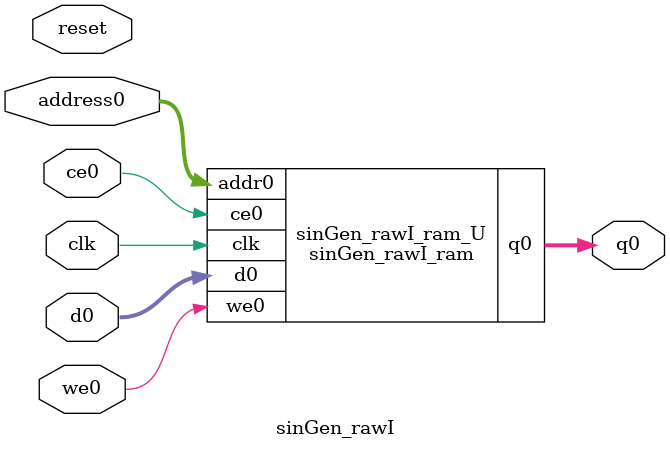
<source format=v>

`timescale 1 ns / 1 ps
module sinGen_rawI_ram (addr0, ce0, d0, we0, q0,  clk);

parameter DWIDTH = 32;
parameter AWIDTH = 7;
parameter MEM_SIZE = 128;

input[AWIDTH-1:0] addr0;
input ce0;
input[DWIDTH-1:0] d0;
input we0;
output reg[DWIDTH-1:0] q0;
input clk;

(* ram_style = "block" *)reg [DWIDTH-1:0] ram[MEM_SIZE-1:0];




always @(posedge clk)  
begin 
    if (ce0) 
    begin
        if (we0) 
        begin 
            ram[addr0] <= d0; 
            q0 <= d0;
        end 
        else 
            q0 <= ram[addr0];
    end
end


endmodule


`timescale 1 ns / 1 ps
module sinGen_rawI(
    reset,
    clk,
    address0,
    ce0,
    we0,
    d0,
    q0);

parameter DataWidth = 32'd32;
parameter AddressRange = 32'd128;
parameter AddressWidth = 32'd7;
input reset;
input clk;
input[AddressWidth - 1:0] address0;
input ce0;
input we0;
input[DataWidth - 1:0] d0;
output[DataWidth - 1:0] q0;



sinGen_rawI_ram sinGen_rawI_ram_U(
    .clk( clk ),
    .addr0( address0 ),
    .ce0( ce0 ),
    .d0( d0 ),
    .we0( we0 ),
    .q0( q0 ));

endmodule


</source>
